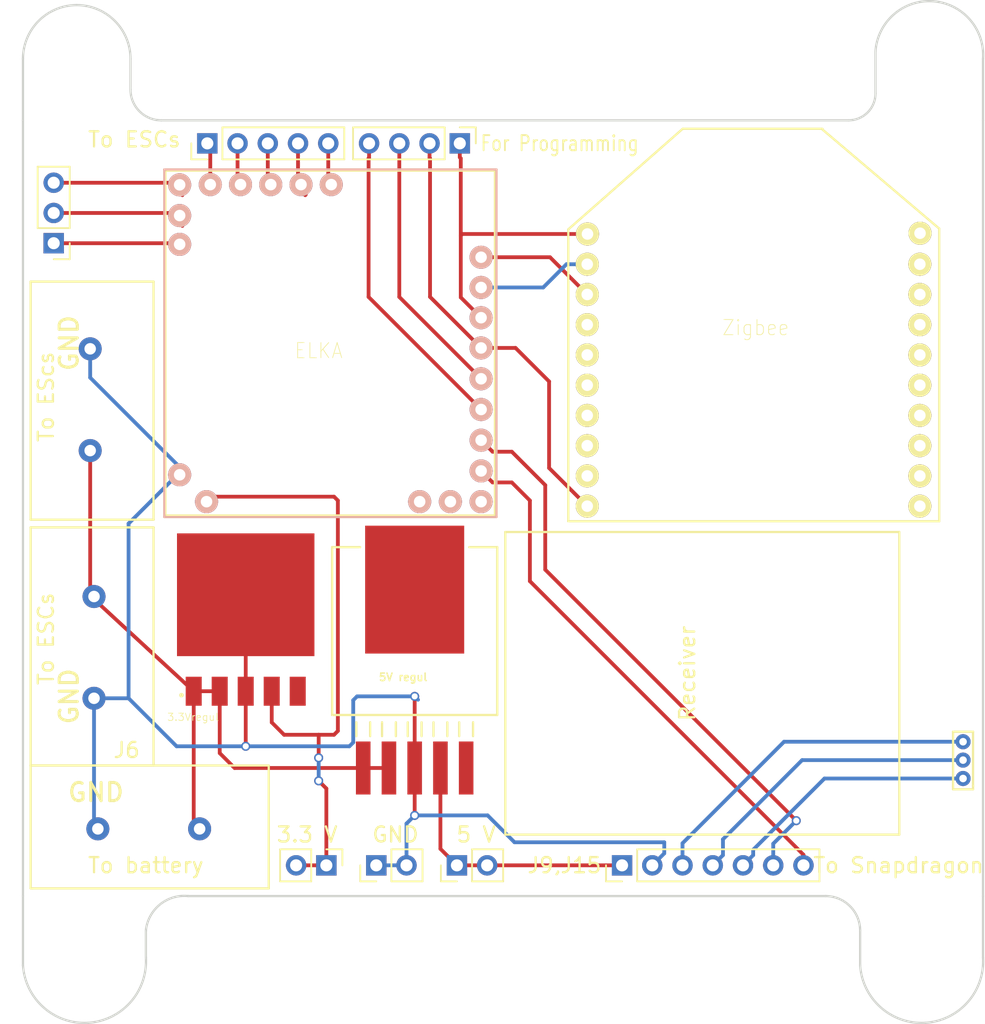
<source format=kicad_pcb>
(kicad_pcb (version 20171130) (host pcbnew 5.0.0-rc3-unknown-3e22e5c~65~ubuntu16.04.1)

  (general
    (thickness 1.6)
    (drawings 31)
    (tracks 135)
    (zones 0)
    (modules 19)
    (nets 46)
  )

  (page A4)
  (title_block
    (title Phoenix)
  )

  (layers
    (0 F.Cu signal)
    (31 B.Cu signal)
    (32 B.Adhes user)
    (33 F.Adhes user)
    (34 B.Paste user)
    (35 F.Paste user)
    (36 B.SilkS user)
    (37 F.SilkS user)
    (38 B.Mask user)
    (39 F.Mask user)
    (40 Dwgs.User user)
    (41 Cmts.User user)
    (42 Eco1.User user)
    (43 Eco2.User user)
    (44 Edge.Cuts user)
    (45 Margin user)
    (46 B.CrtYd user)
    (47 F.CrtYd user)
    (48 B.Fab user)
    (49 F.Fab user)
  )

  (setup
    (last_trace_width 0.25)
    (trace_clearance 0.2)
    (zone_clearance 0.508)
    (zone_45_only no)
    (trace_min 0.2)
    (segment_width 0.2)
    (edge_width 0.15)
    (via_size 0.6)
    (via_drill 0.4)
    (via_min_size 0.4)
    (via_min_drill 0.3)
    (uvia_size 0.3)
    (uvia_drill 0.1)
    (uvias_allowed no)
    (uvia_min_size 0.2)
    (uvia_min_drill 0.1)
    (pcb_text_width 0.3)
    (pcb_text_size 1.5 1.5)
    (mod_edge_width 0.15)
    (mod_text_size 1 1)
    (mod_text_width 0.15)
    (pad_size 1.524 1.524)
    (pad_drill 0.732)
    (pad_to_mask_clearance 0.2)
    (aux_axis_origin 0 0)
    (visible_elements FFFFFF7F)
    (pcbplotparams
      (layerselection 0x010f0_ffffffff)
      (usegerberextensions false)
      (usegerberattributes false)
      (usegerberadvancedattributes false)
      (creategerberjobfile false)
      (excludeedgelayer true)
      (linewidth 0.100000)
      (plotframeref false)
      (viasonmask false)
      (mode 1)
      (useauxorigin false)
      (hpglpennumber 1)
      (hpglpenspeed 20)
      (hpglpendiameter 15.000000)
      (psnegative false)
      (psa4output false)
      (plotreference true)
      (plotvalue true)
      (plotinvisibletext false)
      (padsonsilk false)
      (subtractmaskfromsilk false)
      (outputformat 1)
      (mirror false)
      (drillshape 0)
      (scaleselection 1)
      (outputdirectory "Gerber_files_ver2/"))
  )

  (net 0 "")
  (net 1 "Net-(E1-PadI)")
  (net 2 "Net-(E1-PadH)")
  (net 3 "Net-(E1-PadG)")
  (net 4 "Net-(E1-PadF)")
  (net 5 "Net-(E1-PadE)")
  (net 6 "Net-(E1-PadD)")
  (net 7 "Net-(E1-PadC)")
  (net 8 "Net-(E1-PadB)")
  (net 9 "Net-(E1-PadA)")
  (net 10 "Net-(E1-Pad9)")
  (net 11 "Net-(E1-Pad10)")
  (net 12 "Net-(E1-Pad3)")
  (net 13 "Net-(E1-Pad2)")
  (net 14 "Net-(E1-Pad1)")
  (net 15 "Net-(E1-Pad4)")
  (net 16 "Net-(E1-Pad5)")
  (net 17 "Net-(E1-Pad6)")
  (net 18 "Net-(E1-Pad7)")
  (net 19 "Net-(E1-Pad8)")
  (net 20 "Net-(E1-Pad12)")
  (net 21 "Net-(E1-Pad11)")
  (net 22 "Net-(J1-Pad2)")
  (net 23 "Net-(J9,J15-Pad3)")
  (net 24 "Net-(U1-Pad4)")
  (net 25 "Net-(U1-Pad5)")
  (net 26 "Net-(U1-Pad6)")
  (net 27 "Net-(U1-Pad7)")
  (net 28 "Net-(U1-Pad8)")
  (net 29 "Net-(U1-Pad9)")
  (net 30 "Net-(U1-Pad20)")
  (net 31 "Net-(U1-Pad19)")
  (net 32 "Net-(U1-Pad18)")
  (net 33 "Net-(U1-Pad17)")
  (net 34 "Net-(U1-Pad16)")
  (net 35 "Net-(U1-Pad15)")
  (net 36 "Net-(U1-Pad14)")
  (net 37 "Net-(U1-Pad13)")
  (net 38 "Net-(U1-Pad12)")
  (net 39 "Net-(U1-Pad11)")
  (net 40 "Net-(J5-Pad1)")
  (net 41 "Net-(J9,J15-Pad4)")
  (net 42 "Net-(J9,J15-Pad5)")
  (net 43 "Net-(U2-Pad5)")
  (net 44 "Net-(U2-Pad6)")
  (net 45 "Net-(U3-Pad5)")

  (net_class Default "This is the default net class."
    (clearance 0.2)
    (trace_width 0.25)
    (via_dia 0.6)
    (via_drill 0.4)
    (uvia_dia 0.3)
    (uvia_drill 0.1)
    (add_net "Net-(E1-Pad1)")
    (add_net "Net-(E1-Pad10)")
    (add_net "Net-(E1-Pad11)")
    (add_net "Net-(E1-Pad12)")
    (add_net "Net-(E1-Pad2)")
    (add_net "Net-(E1-Pad3)")
    (add_net "Net-(E1-Pad4)")
    (add_net "Net-(E1-Pad5)")
    (add_net "Net-(E1-Pad6)")
    (add_net "Net-(E1-Pad7)")
    (add_net "Net-(E1-Pad8)")
    (add_net "Net-(E1-Pad9)")
    (add_net "Net-(E1-PadA)")
    (add_net "Net-(E1-PadB)")
    (add_net "Net-(E1-PadC)")
    (add_net "Net-(E1-PadD)")
    (add_net "Net-(E1-PadE)")
    (add_net "Net-(E1-PadF)")
    (add_net "Net-(E1-PadG)")
    (add_net "Net-(E1-PadH)")
    (add_net "Net-(E1-PadI)")
    (add_net "Net-(J1-Pad2)")
    (add_net "Net-(J5-Pad1)")
    (add_net "Net-(J9,J15-Pad3)")
    (add_net "Net-(J9,J15-Pad4)")
    (add_net "Net-(J9,J15-Pad5)")
    (add_net "Net-(U1-Pad11)")
    (add_net "Net-(U1-Pad12)")
    (add_net "Net-(U1-Pad13)")
    (add_net "Net-(U1-Pad14)")
    (add_net "Net-(U1-Pad15)")
    (add_net "Net-(U1-Pad16)")
    (add_net "Net-(U1-Pad17)")
    (add_net "Net-(U1-Pad18)")
    (add_net "Net-(U1-Pad19)")
    (add_net "Net-(U1-Pad20)")
    (add_net "Net-(U1-Pad4)")
    (add_net "Net-(U1-Pad5)")
    (add_net "Net-(U1-Pad6)")
    (add_net "Net-(U1-Pad7)")
    (add_net "Net-(U1-Pad8)")
    (add_net "Net-(U1-Pad9)")
    (add_net "Net-(U2-Pad5)")
    (add_net "Net-(U2-Pad6)")
    (add_net "Net-(U3-Pad5)")
  )

  (module Pin_Headers:Pin_Header_Straight_1x07_Pitch2.00mm (layer F.Cu) (tedit 5B2BA5B4) (tstamp 5B478ACE)
    (at 141.732 119.888 90)
    (descr "Through hole straight pin header, 1x07, 2.00mm pitch, single row")
    (tags "Through hole pin header THT 1x07 2.00mm single row")
    (path /5B27D9D0)
    (fp_text reference J9,J15 (at 0 -3.81 180) (layer F.SilkS)
      (effects (font (size 1 1) (thickness 0.15)))
    )
    (fp_text value "To Snapdragon" (at 0 18.288 180) (layer F.SilkS)
      (effects (font (size 1 1) (thickness 0.15)))
    )
    (fp_text user %R (at 0 6 180) (layer Cmts.User) hide
      (effects (font (size 1 1) (thickness 0.15)))
    )
    (fp_line (start 1.5 -1.5) (end -1.5 -1.5) (layer F.CrtYd) (width 0.05))
    (fp_line (start 1.5 13.5) (end 1.5 -1.5) (layer F.CrtYd) (width 0.05))
    (fp_line (start -1.5 13.5) (end 1.5 13.5) (layer F.CrtYd) (width 0.05))
    (fp_line (start -1.5 -1.5) (end -1.5 13.5) (layer F.CrtYd) (width 0.05))
    (fp_line (start -1.06 -1.06) (end 0 -1.06) (layer F.SilkS) (width 0.12))
    (fp_line (start -1.06 0) (end -1.06 -1.06) (layer F.SilkS) (width 0.12))
    (fp_line (start -1.06 1) (end 1.06 1) (layer F.SilkS) (width 0.12))
    (fp_line (start 1.06 1) (end 1.06 13.06) (layer F.SilkS) (width 0.12))
    (fp_line (start -1.06 1) (end -1.06 13.06) (layer F.SilkS) (width 0.12))
    (fp_line (start -1.06 13.06) (end 1.06 13.06) (layer F.SilkS) (width 0.12))
    (fp_line (start -1 -0.5) (end -0.5 -1) (layer F.Fab) (width 0.1))
    (fp_line (start -1 13) (end -1 -0.5) (layer F.Fab) (width 0.1))
    (fp_line (start 1 13) (end -1 13) (layer F.Fab) (width 0.1))
    (fp_line (start 1 -1) (end 1 13) (layer F.Fab) (width 0.1))
    (fp_line (start -0.5 -1) (end 1 -1) (layer F.Fab) (width 0.1))
    (pad 7 thru_hole oval (at 0 12 90) (size 1.35 1.35) (drill 0.8) (layers *.Cu *.Mask)
      (net 2 "Net-(E1-PadH)"))
    (pad 6 thru_hole oval (at 0 10 90) (size 1.35 1.35) (drill 0.8) (layers *.Cu *.Mask)
      (net 3 "Net-(E1-PadG)"))
    (pad 5 thru_hole oval (at 0 8 90) (size 1.35 1.35) (drill 0.8) (layers *.Cu *.Mask)
      (net 42 "Net-(J9,J15-Pad5)"))
    (pad 4 thru_hole oval (at 0 6 90) (size 1.35 1.35) (drill 0.8) (layers *.Cu *.Mask)
      (net 41 "Net-(J9,J15-Pad4)"))
    (pad 3 thru_hole oval (at 0 4 90) (size 1.35 1.35) (drill 0.8) (layers *.Cu *.Mask)
      (net 23 "Net-(J9,J15-Pad3)"))
    (pad 2 thru_hole oval (at 0 2 90) (size 1.35 1.35) (drill 0.8) (layers *.Cu *.Mask)
      (net 21 "Net-(E1-Pad11)"))
    (pad 1 thru_hole rect (at 0 0 90) (size 1.35 1.35) (drill 0.8) (layers *.Cu *.Mask)
      (net 40 "Net-(J5-Pad1)"))
    (model ${KISYS3DMOD}/Pin_Headers.3dshapes/Pin_Header_Straight_1x07_Pitch2.00mm.wrl
      (at (xyz 0 0 0))
      (scale (xyz 1 1 1))
      (rotate (xyz 0 0 0))
    )
  )

  (module XT30:SPMAJST6 (layer F.Cu) (tedit 5B478C8B) (tstamp 5B2810D9)
    (at 163.576 113.792 270)
    (path /5B22674F)
    (fp_text reference R1 (at 0.635 0.889 270) (layer F.SilkS) hide
      (effects (font (size 1 1) (thickness 0.15)))
    )
    (fp_text value Receiver (at -6.604 17.526 270) (layer F.SilkS)
      (effects (font (size 1 1) (thickness 0.15)))
    )
    (fp_line (start -15.9512 29.5656) (end 4.064 29.5656) (layer F.SilkS) (width 0.15))
    (fp_line (start 4.064 29.5656) (end 4.064 3.5052) (layer F.SilkS) (width 0.15))
    (fp_line (start 4.064 3.5052) (end -15.9512 3.5052) (layer F.SilkS) (width 0.15))
    (fp_line (start -15.9512 3.5052) (end -15.9512 29.5656) (layer F.SilkS) (width 0.15))
    (fp_line (start -2.7432 -1.3716) (end 0.8636 -1.3716) (layer F.SilkS) (width 0.15))
    (fp_line (start -2.7432 -1.3716) (end -2.7432 -0.0508) (layer F.SilkS) (width 0.15))
    (fp_line (start -2.7432 -0.0508) (end 0.8636 -0.0508) (layer F.SilkS) (width 0.15))
    (fp_line (start 0.8636 -0.0508) (end 1.0668 -0.0508) (layer F.SilkS) (width 0.15))
    (fp_line (start 1.0668 -0.0508) (end 1.0668 -1.3716) (layer F.SilkS) (width 0.15))
    (fp_line (start 1.0668 -1.3716) (end 0.8128 -1.3716) (layer F.SilkS) (width 0.15))
    (pad 1 thru_hole circle (at -2.0796 -0.7112 270) (size 1 1) (drill 0.5) (layers *.Cu *.Mask)
      (net 23 "Net-(J9,J15-Pad3)"))
    (pad 2 thru_hole circle (at -0.8636 -0.7112 270) (size 1 1) (drill 0.5) (layers *.Cu *.Mask)
      (net 41 "Net-(J9,J15-Pad4)"))
    (pad 3 thru_hole circle (at 0.3524 -0.7112 270) (size 1 1) (drill 0.5) (layers *.Cu *.Mask)
      (net 42 "Net-(J9,J15-Pad5)"))
  )

  (module "holes:mech holes" (layer F.Cu) (tedit 5B317533) (tstamp 5B31752B)
    (at 162.052 129.286)
    (fp_text reference REF** (at 0 0.5) (layer Cmts.User) hide
      (effects (font (size 1 1) (thickness 0.15)))
    )
    (fp_text value "mech holes" (at 0 -0.5) (layer Cmts.User) hide
      (effects (font (size 1 1) (thickness 0.15)))
    )
    (pad "" np_thru_hole circle (at -0.508 -3.2004) (size 4 4) (drill 4) (layers *.Cu *.Mask))
  )

  (module DIP-20:DIP-20 (layer F.Cu) (tedit 5B46C479) (tstamp 5B2A9992)
    (at 138.176 104.14)
    (descr "Xbee Zb (Zigbee Pro Feature Set), 1mw, Wire Antenna, 250000")
    (path /5B213357)
    (fp_text reference Zigbee (at 12.3952 -19.812) (layer F.SilkS)
      (effects (font (size 1 0.9) (thickness 0.05)))
    )
    (fp_text value Zigbee (at 4.4196 -19.8628) (layer F.SilkS) hide
      (effects (font (size 1 0.9) (thickness 0.05)))
    )
    (fp_line (start 24.5364 -26.3652) (end 24.5364 -7.0104) (layer F.SilkS) (width 0.15))
    (fp_line (start 24.5364 -7.0104) (end 0 -7.0104) (layer F.SilkS) (width 0.15))
    (fp_line (start 0 -7.0104) (end 0 -26.3144) (layer F.SilkS) (width 0.15))
    (fp_line (start 16.8148 -32.9184) (end 24.5364 -26.3652) (layer F.SilkS) (width 0.15))
    (fp_line (start 0 -26.3144) (end 7.5692 -32.9692) (layer F.SilkS) (width 0.15))
    (fp_line (start 7.5692 -32.9692) (end 16.8148 -32.9692) (layer F.SilkS) (width 0.15))
    (pad 1 thru_hole circle (at 1.27 -26.0096) (size 1.524 1.524) (drill 0.762) (layers *.Cu *.Mask F.SilkS)
      (net 7 "Net-(E1-PadC)"))
    (pad 2 thru_hole circle (at 1.254 -24.009) (size 1.524 1.524) (drill 0.762) (layers *.Cu *.Mask F.SilkS)
      (net 8 "Net-(E1-PadB)"))
    (pad 3 thru_hole circle (at 1.254 -22.009) (size 1.524 1.524) (drill 0.762) (layers *.Cu *.Mask F.SilkS)
      (net 9 "Net-(E1-PadA)"))
    (pad 4 thru_hole circle (at 1.254 -20.009) (size 1.524 1.524) (drill 0.762) (layers *.Cu *.Mask F.SilkS)
      (net 24 "Net-(U1-Pad4)"))
    (pad 5 thru_hole circle (at 1.254 -18.009) (size 1.524 1.524) (drill 0.762) (layers *.Cu *.Mask F.SilkS)
      (net 25 "Net-(U1-Pad5)"))
    (pad 6 thru_hole circle (at 1.254 -16.009) (size 1.524 1.524) (drill 0.762) (layers *.Cu *.Mask F.SilkS)
      (net 26 "Net-(U1-Pad6)"))
    (pad 7 thru_hole circle (at 1.254 -14.009) (size 1.524 1.524) (drill 0.762) (layers *.Cu *.Mask F.SilkS)
      (net 27 "Net-(U1-Pad7)"))
    (pad 8 thru_hole circle (at 1.254 -12.009) (size 1.524 1.524) (drill 0.762) (layers *.Cu *.Mask F.SilkS)
      (net 28 "Net-(U1-Pad8)"))
    (pad 9 thru_hole circle (at 1.254 -10.009) (size 1.524 1.524) (drill 0.762) (layers *.Cu *.Mask F.SilkS)
      (net 29 "Net-(U1-Pad9)"))
    (pad 10 thru_hole circle (at 1.254 -8.009) (size 1.524 1.524) (drill 0.762) (layers *.Cu *.Mask F.SilkS)
      (net 6 "Net-(E1-PadD)"))
    (pad 20 thru_hole circle (at 23.2664 -26.0604) (size 1.524 1.524) (drill 0.762) (layers *.Cu *.Mask F.SilkS)
      (net 30 "Net-(U1-Pad20)"))
    (pad 19 thru_hole circle (at 23.254 -24.009) (size 1.524 1.524) (drill 0.762) (layers *.Cu *.Mask F.SilkS)
      (net 31 "Net-(U1-Pad19)"))
    (pad 18 thru_hole circle (at 23.254 -22.009) (size 1.524 1.524) (drill 0.762) (layers *.Cu *.Mask F.SilkS)
      (net 32 "Net-(U1-Pad18)"))
    (pad 17 thru_hole circle (at 23.254 -20.009) (size 1.524 1.524) (drill 0.762) (layers *.Cu *.Mask F.SilkS)
      (net 33 "Net-(U1-Pad17)"))
    (pad 16 thru_hole circle (at 23.254 -18.009) (size 1.524 1.524) (drill 0.762) (layers *.Cu *.Mask F.SilkS)
      (net 34 "Net-(U1-Pad16)"))
    (pad 15 thru_hole circle (at 23.254 -16.009) (size 1.524 1.524) (drill 0.762) (layers *.Cu *.Mask F.SilkS)
      (net 35 "Net-(U1-Pad15)"))
    (pad 14 thru_hole circle (at 23.254 -14.009) (size 1.524 1.524) (drill 0.762) (layers *.Cu *.Mask F.SilkS)
      (net 36 "Net-(U1-Pad14)"))
    (pad 13 thru_hole circle (at 23.254 -12.009) (size 1.524 1.524) (drill 0.762) (layers *.Cu *.Mask F.SilkS)
      (net 37 "Net-(U1-Pad13)"))
    (pad 12 thru_hole circle (at 23.254 -10.009) (size 1.524 1.524) (drill 0.762) (layers *.Cu *.Mask F.SilkS)
      (net 38 "Net-(U1-Pad12)"))
    (pad 11 thru_hole circle (at 23.254 -8.009) (size 1.524 1.524) (drill 0.762) (layers *.Cu *.Mask F.SilkS)
      (net 39 "Net-(U1-Pad11)"))
  )

  (module Pin_Headers:Pin_Header_Straight_1x05_Pitch2.00mm (layer F.Cu) (tedit 5B2AADA3) (tstamp 5B2AB112)
    (at 114.3 72.136 90)
    (descr "Through hole straight pin header, 1x05, 2.00mm pitch, single row")
    (tags "Through hole pin header THT 1x05 2.00mm single row")
    (path /5B2AABEA)
    (fp_text reference "To ESCs" (at 0.254 -4.826 180) (layer F.SilkS)
      (effects (font (size 1 1) (thickness 0.15)))
    )
    (fp_text value "" (at 0 10.06 90) (layer F.Fab)
      (effects (font (size 1 1) (thickness 0.15)))
    )
    (fp_line (start -0.5 -1) (end 1 -1) (layer F.Fab) (width 0.1))
    (fp_line (start 1 -1) (end 1 9) (layer F.Fab) (width 0.1))
    (fp_line (start 1 9) (end -1 9) (layer F.Fab) (width 0.1))
    (fp_line (start -1 9) (end -1 -0.5) (layer F.Fab) (width 0.1))
    (fp_line (start -1 -0.5) (end -0.5 -1) (layer F.Fab) (width 0.1))
    (fp_line (start -1.06 9.06) (end 1.06 9.06) (layer F.SilkS) (width 0.12))
    (fp_line (start -1.06 1) (end -1.06 9.06) (layer F.SilkS) (width 0.12))
    (fp_line (start 1.06 1) (end 1.06 9.06) (layer F.SilkS) (width 0.12))
    (fp_line (start -1.06 1) (end 1.06 1) (layer F.SilkS) (width 0.12))
    (fp_line (start -1.06 0) (end -1.06 -1.06) (layer F.SilkS) (width 0.12))
    (fp_line (start -1.06 -1.06) (end 0 -1.06) (layer F.SilkS) (width 0.12))
    (fp_line (start -1.5 -1.5) (end -1.5 9.5) (layer F.CrtYd) (width 0.05))
    (fp_line (start -1.5 9.5) (end 1.5 9.5) (layer F.CrtYd) (width 0.05))
    (fp_line (start 1.5 9.5) (end 1.5 -1.5) (layer F.CrtYd) (width 0.05))
    (fp_line (start 1.5 -1.5) (end -1.5 -1.5) (layer F.CrtYd) (width 0.05))
    (fp_text user "" (at 0 4 180) (layer F.Fab) hide
      (effects (font (size 1 1) (thickness 0.15)))
    )
    (pad 1 thru_hole rect (at 0 0 90) (size 1.35 1.35) (drill 0.8) (layers *.Cu *.Mask)
      (net 15 "Net-(E1-Pad4)"))
    (pad 2 thru_hole oval (at 0 2 90) (size 1.35 1.35) (drill 0.8) (layers *.Cu *.Mask)
      (net 16 "Net-(E1-Pad5)"))
    (pad 3 thru_hole oval (at 0 4 90) (size 1.35 1.35) (drill 0.8) (layers *.Cu *.Mask)
      (net 17 "Net-(E1-Pad6)"))
    (pad 4 thru_hole oval (at 0 6 90) (size 1.35 1.35) (drill 0.8) (layers *.Cu *.Mask)
      (net 18 "Net-(E1-Pad7)"))
    (pad 5 thru_hole oval (at 0 8 90) (size 1.35 1.35) (drill 0.8) (layers *.Cu *.Mask)
      (net 19 "Net-(E1-Pad8)"))
    (model ${KISYS3DMOD}/Pin_Headers.3dshapes/Pin_Header_Straight_1x05_Pitch2.00mm.wrl
      (at (xyz 0 0 0))
      (scale (xyz 1 1 1))
      (rotate (xyz 0 0 0))
    )
  )

  (module ELKA:ELKA (layer F.Cu) (tedit 5B46C2CB) (tstamp 5B2A9957)
    (at 121.666 85.852)
    (descr "Xbee Zb (Zigbee Pro Feature Set), 1mw, Wire Antenna, 250000")
    (path /5B22681E)
    (fp_text reference ELKA (at 0 0) (layer F.SilkS)
      (effects (font (size 1 0.9) (thickness 0.05)))
    )
    (fp_text value ELKA (at -0.889 -14.732) (layer F.SilkS) hide
      (effects (font (size 1 0.9) (thickness 0.05)))
    )
    (fp_line (start 11.7602 10.9982) (end -10.2108 10.9982) (layer B.SilkS) (width 0.15))
    (fp_line (start 11.7602 -11.9888) (end 11.7602 10.9982) (layer B.SilkS) (width 0.15))
    (fp_line (start -10.2108 -11.9888) (end 11.7602 -11.9888) (layer B.SilkS) (width 0.15))
    (fp_line (start -10.2108 10.9982) (end -10.2108 -11.9888) (layer B.SilkS) (width 0.15))
    (pad D thru_hole circle (at 10.742477 -0.184796) (size 1.524 1.524) (drill 0.762) (layers *.Cu *.Mask B.SilkS)
      (net 6 "Net-(E1-PadD)"))
    (pad C thru_hole circle (at 10.742477 -2.184796) (size 1.524 1.524) (drill 0.762) (layers *.Cu *.Mask B.SilkS)
      (net 7 "Net-(E1-PadC)"))
    (pad B thru_hole circle (at 10.742477 -4.184796) (size 1.524 1.524) (drill 0.762) (layers *.Cu *.Mask B.SilkS)
      (net 8 "Net-(E1-PadB)"))
    (pad A thru_hole circle (at 10.742477 -6.184796) (size 1.524 1.524) (drill 0.762) (layers *.Cu *.Mask B.SilkS)
      (net 9 "Net-(E1-PadA)"))
    (pad 12 thru_hole circle (at -7.4168 9.9822) (size 1.524 1.524) (drill 0.762) (layers *.Cu *.Mask B.SilkS)
      (net 20 "Net-(E1-Pad12)"))
    (pad 11 thru_hole circle (at -9.1948 8.2042 270) (size 1.524 1.524) (drill 0.762) (layers *.Cu *.Mask B.SilkS)
      (net 21 "Net-(E1-Pad11)"))
    (pad E thru_hole circle (at 10.7442 1.8542 270) (size 1.524 1.524) (drill 0.762) (layers *.Cu *.Mask B.SilkS)
      (net 5 "Net-(E1-PadE)"))
    (pad F thru_hole circle (at 10.7442 3.8862 270) (size 1.524 1.524) (drill 0.762) (layers *.Cu *.Mask B.SilkS)
      (net 4 "Net-(E1-PadF)"))
    (pad G thru_hole circle (at 10.7442 5.9182 270) (size 1.524 1.524) (drill 0.762) (layers *.Cu *.Mask B.SilkS)
      (net 3 "Net-(E1-PadG)"))
    (pad H thru_hole circle (at 10.7442 7.9502 270) (size 1.524 1.524) (drill 0.762) (layers *.Cu *.Mask B.SilkS)
      (net 2 "Net-(E1-PadH)"))
    (pad 10 thru_hole circle (at 6.6802 9.9822 270) (size 1.524 1.524) (drill 0.762) (layers *.Cu *.Mask B.SilkS)
      (net 11 "Net-(E1-Pad10)"))
    (pad 9 thru_hole circle (at 8.7122 9.9822 270) (size 1.524 1.524) (drill 0.762) (layers *.Cu *.Mask B.SilkS)
      (net 10 "Net-(E1-Pad9)"))
    (pad I thru_hole circle (at 10.7442 9.9822 270) (size 1.524 1.524) (drill 0.762) (layers *.Cu *.Mask B.SilkS)
      (net 1 "Net-(E1-PadI)"))
    (pad 1 thru_hole circle (at -9.1948 -7.0358 270) (size 1.524 1.524) (drill 0.762) (layers *.Cu *.Mask B.SilkS)
      (net 14 "Net-(E1-Pad1)"))
    (pad 2 thru_hole circle (at -9.1948 -8.9408 270) (size 1.524 1.524) (drill 0.762) (layers *.Cu *.Mask B.SilkS)
      (net 13 "Net-(E1-Pad2)"))
    (pad 8 thru_hole circle (at 0.8312 -10.9888 270) (size 1.524 1.524) (drill 0.762) (layers *.Cu *.Mask B.SilkS)
      (net 19 "Net-(E1-Pad8)"))
    (pad 7 thru_hole circle (at -1.1688 -10.9888 270) (size 1.524 1.524) (drill 0.762) (layers *.Cu *.Mask B.SilkS)
      (net 18 "Net-(E1-Pad7)"))
    (pad 6 thru_hole circle (at -3.1688 -10.9888 270) (size 1.524 1.524) (drill 0.762) (layers *.Cu *.Mask B.SilkS)
      (net 17 "Net-(E1-Pad6)"))
    (pad 5 thru_hole circle (at -5.1688 -10.9888 270) (size 1.524 1.524) (drill 0.762) (layers *.Cu *.Mask B.SilkS)
      (net 16 "Net-(E1-Pad5)"))
    (pad 4 thru_hole circle (at -7.1688 -10.9888 270) (size 1.524 1.524) (drill 0.762) (layers *.Cu *.Mask B.SilkS)
      (net 15 "Net-(E1-Pad4)"))
    (pad 3 thru_hole circle (at -9.1948 -10.9728 270) (size 1.524 1.524) (drill 0.762) (layers *.Cu *.Mask B.SilkS)
      (net 12 "Net-(E1-Pad3)"))
  )

  (module "holes:mech holes" (layer F.Cu) (tedit 5B317427) (tstamp 5B3174AE)
    (at 106.172 69.596)
    (fp_text reference REF** (at 0 0.5) (layer Cmts.User) hide
      (effects (font (size 1 1) (thickness 0.15)))
    )
    (fp_text value "mech holes" (at 0 -0.5) (layer Cmts.User) hide
      (effects (font (size 1 1) (thickness 0.15)))
    )
    (pad "" np_thru_hole circle (at -0.508 -3.2004) (size 4 4) (drill 4) (layers *.Cu *.Mask))
  )

  (module XT30:XT30 (layer F.Cu) (tedit 5B2BA483) (tstamp 5B2BA6B4)
    (at 112.522 87.122 270)
    (path /5B2BA404)
    (fp_text reference "To EScs" (at 1.778 8.89 270) (layer F.SilkS)
      (effects (font (size 1 1) (thickness 0.15)))
    )
    (fp_text value "To ESCs" (at 0 -0.5 270) (layer Cmts.User) hide
      (effects (font (size 1 1) (thickness 0.15)))
    )
    (fp_line (start -5.842 1.778) (end -5.842 9.906) (layer F.SilkS) (width 0.15))
    (fp_line (start -5.842 9.906) (end -5.715 9.906) (layer F.SilkS) (width 0.15))
    (fp_line (start -5.842 1.778) (end 9.906 1.778) (layer F.SilkS) (width 0.15))
    (fp_line (start 9.906 1.778) (end 9.906 9.906) (layer F.SilkS) (width 0.15))
    (fp_line (start 9.906 9.906) (end -5.715 9.906) (layer F.SilkS) (width 0.15))
    (pad 1 thru_hole circle (at -1.397 5.969 270) (size 1.524 1.524) (drill 0.762) (layers *.Cu *.Mask)
      (net 21 "Net-(E1-Pad11)"))
    (pad 2 thru_hole circle (at 5.334 5.969 270) (size 1.524 1.524) (drill 0.762) (layers *.Cu *.Mask)
      (net 22 "Net-(J1-Pad2)"))
  )

  (module XT30:XT30 (layer F.Cu) (tedit 5B2AA790) (tstamp 5B2810AD)
    (at 100.838 107.442 90)
    (path /5B24102D)
    (fp_text reference J1 (at 0.508 0.762 90) (layer F.SilkS) hide
      (effects (font (size 1 1) (thickness 0.15)))
    )
    (fp_text value "To battery" (at -12.446 9.398 180) (layer F.SilkS)
      (effects (font (size 1 1) (thickness 0.15)))
    )
    (fp_line (start -5.842 1.778) (end -5.842 9.906) (layer F.SilkS) (width 0.15))
    (fp_line (start -5.842 9.906) (end -5.715 9.906) (layer F.SilkS) (width 0.15))
    (fp_line (start -5.842 1.778) (end 9.906 1.778) (layer F.SilkS) (width 0.15))
    (fp_line (start 9.906 1.778) (end 9.906 9.906) (layer F.SilkS) (width 0.15))
    (fp_line (start 9.906 9.906) (end -5.715 9.906) (layer F.SilkS) (width 0.15))
    (pad 1 thru_hole circle (at -1.397 5.969 90) (size 1.524 1.524) (drill 0.762) (layers *.Cu *.Mask)
      (net 21 "Net-(E1-Pad11)"))
    (pad 2 thru_hole circle (at 5.334 5.969 90) (size 1.524 1.524) (drill 0.762) (layers *.Cu *.Mask)
      (net 22 "Net-(J1-Pad2)"))
  )

  (module Pin_Headers:Pin_Header_Straight_1x04_Pitch2.00mm (layer F.Cu) (tedit 5B2BA6E8) (tstamp 5B46CD70)
    (at 131 72.136 270)
    (descr "Through hole straight pin header, 1x04, 2.00mm pitch, single row")
    (tags "Through hole pin header THT 1x04 2.00mm single row")
    (path /5B23F496)
    (fp_text reference J16 (at 0 -2.06 270) (layer F.SilkS) hide
      (effects (font (size 1 1) (thickness 0.15)))
    )
    (fp_text value "For Programming" (at 0 -6.604) (layer F.SilkS)
      (effects (font (size 1 0.8) (thickness 0.12)))
    )
    (fp_line (start -0.5 -1) (end 1 -1) (layer F.Fab) (width 0.1))
    (fp_line (start 1 -1) (end 1 7) (layer F.Fab) (width 0.1))
    (fp_line (start 1 7) (end -1 7) (layer F.Fab) (width 0.1))
    (fp_line (start -1 7) (end -1 -0.5) (layer F.Fab) (width 0.1))
    (fp_line (start -1 -0.5) (end -0.5 -1) (layer F.Fab) (width 0.1))
    (fp_line (start -1.06 7.06) (end 1.06 7.06) (layer F.SilkS) (width 0.12))
    (fp_line (start -1.06 1) (end -1.06 7.06) (layer F.SilkS) (width 0.12))
    (fp_line (start 1.06 1) (end 1.06 7.06) (layer F.SilkS) (width 0.12))
    (fp_line (start -1.06 1) (end 1.06 1) (layer F.SilkS) (width 0.12))
    (fp_line (start -1.06 0) (end -1.06 -1.06) (layer F.SilkS) (width 0.12))
    (fp_line (start -1.06 -1.06) (end 0 -1.06) (layer F.SilkS) (width 0.12))
    (fp_line (start -1.5 -1.5) (end -1.5 7.5) (layer F.CrtYd) (width 0.05))
    (fp_line (start -1.5 7.5) (end 1.5 7.5) (layer F.CrtYd) (width 0.05))
    (fp_line (start 1.5 7.5) (end 1.5 -1.5) (layer F.CrtYd) (width 0.05))
    (fp_line (start 1.5 -1.5) (end -1.5 -1.5) (layer F.CrtYd) (width 0.05))
    (fp_text user %R (at 0 3) (layer F.Fab) hide
      (effects (font (size 1 1) (thickness 0.15)))
    )
    (pad 1 thru_hole rect (at 0 0 270) (size 1.35 1.35) (drill 0.8) (layers *.Cu *.Mask)
      (net 7 "Net-(E1-PadC)"))
    (pad 2 thru_hole oval (at 0 2 270) (size 1.35 1.35) (drill 0.8) (layers *.Cu *.Mask)
      (net 6 "Net-(E1-PadD)"))
    (pad 3 thru_hole oval (at 0 4 270) (size 1.35 1.35) (drill 0.8) (layers *.Cu *.Mask)
      (net 5 "Net-(E1-PadE)"))
    (pad 4 thru_hole oval (at 0 6 270) (size 1.35 1.35) (drill 0.8) (layers *.Cu *.Mask)
      (net 4 "Net-(E1-PadF)"))
    (model ${KISYS3DMOD}/Pin_Headers.3dshapes/Pin_Header_Straight_1x04_Pitch2.00mm.wrl
      (at (xyz 0 0 0))
      (scale (xyz 1 1 1))
      (rotate (xyz 0 0 0))
    )
  )

  (module Pin_Headers:Pin_Header_Straight_1x02_Pitch2.00mm (layer F.Cu) (tedit 5B2BA148) (tstamp 5B2A995D)
    (at 122.174 119.888 270)
    (descr "Through hole straight pin header, 1x02, 2.00mm pitch, single row")
    (tags "Through hole pin header THT 1x02 2.00mm single row")
    (path /5B29B43A)
    (fp_text reference J3 (at 0 -2.06 270) (layer F.SilkS) hide
      (effects (font (size 1 1) (thickness 0.15)))
    )
    (fp_text value "3.3 V" (at -2.032 1.27) (layer F.SilkS)
      (effects (font (size 1 1) (thickness 0.15)))
    )
    (fp_line (start -0.5 -1) (end 1 -1) (layer F.Fab) (width 0.1))
    (fp_line (start 1 -1) (end 1 3) (layer F.Fab) (width 0.1))
    (fp_line (start 1 3) (end -1 3) (layer F.Fab) (width 0.1))
    (fp_line (start -1 3) (end -1 -0.5) (layer F.Fab) (width 0.1))
    (fp_line (start -1 -0.5) (end -0.5 -1) (layer F.Fab) (width 0.1))
    (fp_line (start -1.06 3.06) (end 1.06 3.06) (layer F.SilkS) (width 0.12))
    (fp_line (start -1.06 1) (end -1.06 3.06) (layer F.SilkS) (width 0.12))
    (fp_line (start 1.06 1) (end 1.06 3.06) (layer F.SilkS) (width 0.12))
    (fp_line (start -1.06 1) (end 1.06 1) (layer F.SilkS) (width 0.12))
    (fp_line (start -1.06 0) (end -1.06 -1.06) (layer F.SilkS) (width 0.12))
    (fp_line (start -1.06 -1.06) (end 0 -1.06) (layer F.SilkS) (width 0.12))
    (fp_line (start -1.5 -1.5) (end -1.5 3.5) (layer F.CrtYd) (width 0.05))
    (fp_line (start -1.5 3.5) (end 1.5 3.5) (layer F.CrtYd) (width 0.05))
    (fp_line (start 1.5 3.5) (end 1.5 -1.5) (layer F.CrtYd) (width 0.05))
    (fp_line (start 1.5 -1.5) (end -1.5 -1.5) (layer F.CrtYd) (width 0.05))
    (fp_text user %R (at 0 1) (layer F.Fab) hide
      (effects (font (size 1 1) (thickness 0.15)))
    )
    (pad 1 thru_hole rect (at 0 0 270) (size 1.35 1.35) (drill 0.8) (layers *.Cu *.Mask)
      (net 20 "Net-(E1-Pad12)"))
    (pad 2 thru_hole oval (at 0 2 270) (size 1.35 1.35) (drill 0.8) (layers *.Cu *.Mask)
      (net 20 "Net-(E1-Pad12)"))
    (model ${KISYS3DMOD}/Pin_Headers.3dshapes/Pin_Header_Straight_1x02_Pitch2.00mm.wrl
      (at (xyz 0 0 0))
      (scale (xyz 1 1 1))
      (rotate (xyz 0 0 0))
    )
  )

  (module Pin_Headers:Pin_Header_Straight_1x02_Pitch2.00mm (layer F.Cu) (tedit 5B2BA165) (tstamp 5B2A9963)
    (at 125.476 119.888 90)
    (descr "Through hole straight pin header, 1x02, 2.00mm pitch, single row")
    (tags "Through hole pin header THT 1x02 2.00mm single row")
    (path /5B29B788)
    (fp_text reference J4 (at 0 -2.06 90) (layer F.SilkS) hide
      (effects (font (size 1 1) (thickness 0.15)))
    )
    (fp_text value GND (at 2.032 1.27 180) (layer F.SilkS)
      (effects (font (size 1 1) (thickness 0.15)))
    )
    (fp_line (start -0.5 -1) (end 1 -1) (layer F.Fab) (width 0.1))
    (fp_line (start 1 -1) (end 1 3) (layer F.Fab) (width 0.1))
    (fp_line (start 1 3) (end -1 3) (layer F.Fab) (width 0.1))
    (fp_line (start -1 3) (end -1 -0.5) (layer F.Fab) (width 0.1))
    (fp_line (start -1 -0.5) (end -0.5 -1) (layer F.Fab) (width 0.1))
    (fp_line (start -1.06 3.06) (end 1.06 3.06) (layer F.SilkS) (width 0.12))
    (fp_line (start -1.06 1) (end -1.06 3.06) (layer F.SilkS) (width 0.12))
    (fp_line (start 1.06 1) (end 1.06 3.06) (layer F.SilkS) (width 0.12))
    (fp_line (start -1.06 1) (end 1.06 1) (layer F.SilkS) (width 0.12))
    (fp_line (start -1.06 0) (end -1.06 -1.06) (layer F.SilkS) (width 0.12))
    (fp_line (start -1.06 -1.06) (end 0 -1.06) (layer F.SilkS) (width 0.12))
    (fp_line (start -1.5 -1.5) (end -1.5 3.5) (layer F.CrtYd) (width 0.05))
    (fp_line (start -1.5 3.5) (end 1.5 3.5) (layer F.CrtYd) (width 0.05))
    (fp_line (start 1.5 3.5) (end 1.5 -1.5) (layer F.CrtYd) (width 0.05))
    (fp_line (start 1.5 -1.5) (end -1.5 -1.5) (layer F.CrtYd) (width 0.05))
    (fp_text user %R (at 0 1 180) (layer Cmts.User) hide
      (effects (font (size 1 1) (thickness 0.15)))
    )
    (pad 1 thru_hole rect (at 0 0 90) (size 1.35 1.35) (drill 0.8) (layers *.Cu *.Mask)
      (net 21 "Net-(E1-Pad11)"))
    (pad 2 thru_hole oval (at 0 2 90) (size 1.35 1.35) (drill 0.8) (layers *.Cu *.Mask)
      (net 21 "Net-(E1-Pad11)"))
    (model ${KISYS3DMOD}/Pin_Headers.3dshapes/Pin_Header_Straight_1x02_Pitch2.00mm.wrl
      (at (xyz 0 0 0))
      (scale (xyz 1 1 1))
      (rotate (xyz 0 0 0))
    )
  )

  (module Pin_Headers:Pin_Header_Straight_1x02_Pitch2.00mm (layer F.Cu) (tedit 5B2BA160) (tstamp 5B2A9969)
    (at 130.81 119.888 90)
    (descr "Through hole straight pin header, 1x02, 2.00mm pitch, single row")
    (tags "Through hole pin header THT 1x02 2.00mm single row")
    (path /5B29B3DB)
    (fp_text reference J5 (at 0 -2.06 90) (layer F.SilkS) hide
      (effects (font (size 1 1) (thickness 0.15)))
    )
    (fp_text value "5 V" (at 2.032 1.27 180) (layer F.SilkS)
      (effects (font (size 1 1) (thickness 0.15)))
    )
    (fp_line (start -0.5 -1) (end 1 -1) (layer F.Fab) (width 0.1))
    (fp_line (start 1 -1) (end 1 3) (layer F.Fab) (width 0.1))
    (fp_line (start 1 3) (end -1 3) (layer F.Fab) (width 0.1))
    (fp_line (start -1 3) (end -1 -0.5) (layer F.Fab) (width 0.1))
    (fp_line (start -1 -0.5) (end -0.5 -1) (layer F.Fab) (width 0.1))
    (fp_line (start -1.06 3.06) (end 1.06 3.06) (layer F.SilkS) (width 0.12))
    (fp_line (start -1.06 1) (end -1.06 3.06) (layer F.SilkS) (width 0.12))
    (fp_line (start 1.06 1) (end 1.06 3.06) (layer F.SilkS) (width 0.12))
    (fp_line (start -1.06 1) (end 1.06 1) (layer F.SilkS) (width 0.12))
    (fp_line (start -1.06 0) (end -1.06 -1.06) (layer F.SilkS) (width 0.12))
    (fp_line (start -1.06 -1.06) (end 0 -1.06) (layer F.SilkS) (width 0.12))
    (fp_line (start -1.5 -1.5) (end -1.5 3.5) (layer F.CrtYd) (width 0.05))
    (fp_line (start -1.5 3.5) (end 1.5 3.5) (layer F.CrtYd) (width 0.05))
    (fp_line (start 1.5 3.5) (end 1.5 -1.5) (layer F.CrtYd) (width 0.05))
    (fp_line (start 1.5 -1.5) (end -1.5 -1.5) (layer F.CrtYd) (width 0.05))
    (fp_text user %R (at 0 1 180) (layer Cmts.User) hide
      (effects (font (size 1 1) (thickness 0.15)))
    )
    (pad 1 thru_hole rect (at 0 0 90) (size 1.35 1.35) (drill 0.8) (layers *.Cu *.Mask)
      (net 40 "Net-(J5-Pad1)"))
    (pad 2 thru_hole oval (at 0 2 90) (size 1.35 1.35) (drill 0.8) (layers *.Cu *.Mask)
      (net 40 "Net-(J5-Pad1)"))
    (model ${KISYS3DMOD}/Pin_Headers.3dshapes/Pin_Header_Straight_1x02_Pitch2.00mm.wrl
      (at (xyz 0 0 0))
      (scale (xyz 1 1 1))
      (rotate (xyz 0 0 0))
    )
  )

  (module XT30:XT30 (layer F.Cu) (tedit 5B2BA489) (tstamp 5B2A996F)
    (at 108.458 111.506)
    (path /5B2A9509)
    (fp_text reference J6 (at 0.508 0.762) (layer F.SilkS)
      (effects (font (size 1 1) (thickness 0.15)))
    )
    (fp_text value "To ESCs" (at -4.826 -6.604 90) (layer F.SilkS)
      (effects (font (size 1 1) (thickness 0.15)))
    )
    (fp_line (start -5.842 1.778) (end -5.842 9.906) (layer F.SilkS) (width 0.15))
    (fp_line (start -5.842 9.906) (end -5.715 9.906) (layer F.SilkS) (width 0.15))
    (fp_line (start -5.842 1.778) (end 9.906 1.778) (layer F.SilkS) (width 0.15))
    (fp_line (start 9.906 1.778) (end 9.906 9.906) (layer F.SilkS) (width 0.15))
    (fp_line (start 9.906 9.906) (end -5.715 9.906) (layer F.SilkS) (width 0.15))
    (pad 1 thru_hole circle (at -1.397 5.969) (size 1.524 1.524) (drill 0.762) (layers *.Cu *.Mask)
      (net 21 "Net-(E1-Pad11)"))
    (pad 2 thru_hole circle (at 5.334 5.969) (size 1.524 1.524) (drill 0.762) (layers *.Cu *.Mask)
      (net 22 "Net-(J1-Pad2)"))
  )

  (module footprints:MIC29501-5.0WU (layer F.Cu) (tedit 5B2AA97D) (tstamp 5B2A99D2)
    (at 128.016 104.394)
    (path /5B2A76F4)
    (fp_text reference "" (at 0 0) (layer F.Fab)
      (effects (font (size 1 1) (thickness 0.15)))
    )
    (fp_text value "5V regul" (at -0.762 3.048) (layer F.SilkS)
      (effects (font (size 0.5 0.5) (thickness 0.1)))
    )
    (fp_text user "" (at 0 0) (layer Cmts.User)
      (effects (font (size 0.127 0.127) (thickness 0.002)))
    )
    (fp_text user * (at -4.8895 9.0551) (layer B.Fab) hide
      (effects (font (size 1 1) (thickness 0.15)) (justify mirror))
    )
    (fp_text user "" (at -3.4036 5.1689) (layer F.Fab)
      (effects (font (size 1 1) (thickness 0.15)))
    )
    (fp_line (start -2.9464 5.4229) (end -3.8608 5.4229) (layer F.Fab) (width 0.1524))
    (fp_line (start -3.8608 5.4229) (end -3.8608 10.4521) (layer F.Fab) (width 0.1524))
    (fp_line (start -3.8608 10.4521) (end -2.9464 10.4521) (layer F.Fab) (width 0.1524))
    (fp_line (start -2.9464 10.4521) (end -2.9464 5.4229) (layer F.Fab) (width 0.1524))
    (fp_line (start -1.2446 5.4229) (end -2.159 5.4229) (layer F.Fab) (width 0.1524))
    (fp_line (start -2.159 5.4229) (end -2.159 10.4521) (layer F.Fab) (width 0.1524))
    (fp_line (start -2.159 10.4521) (end -1.2446 10.4521) (layer F.Fab) (width 0.1524))
    (fp_line (start -1.2446 10.4521) (end -1.2446 5.4229) (layer F.Fab) (width 0.1524))
    (fp_line (start 0.4572 5.4229) (end -0.4572 5.4229) (layer F.Fab) (width 0.1524))
    (fp_line (start -0.4572 5.4229) (end -0.4572 10.4521) (layer F.Fab) (width 0.1524))
    (fp_line (start -0.4572 10.4521) (end 0.4572 10.4521) (layer F.Fab) (width 0.1524))
    (fp_line (start 0.4572 10.4521) (end 0.4572 5.4229) (layer F.Fab) (width 0.1524))
    (fp_line (start 2.159 5.4229) (end 1.2446 5.4229) (layer F.Fab) (width 0.1524))
    (fp_line (start 1.2446 5.4229) (end 1.2446 10.4521) (layer F.Fab) (width 0.1524))
    (fp_line (start 1.2446 10.4521) (end 2.159 10.4521) (layer F.Fab) (width 0.1524))
    (fp_line (start 2.159 10.4521) (end 2.159 5.4229) (layer F.Fab) (width 0.1524))
    (fp_line (start 3.8608 5.4229) (end 2.9464 5.4229) (layer F.Fab) (width 0.1524))
    (fp_line (start 2.9464 5.4229) (end 2.9464 10.4521) (layer F.Fab) (width 0.1524))
    (fp_line (start 2.9464 10.4521) (end 3.8608 10.4521) (layer F.Fab) (width 0.1524))
    (fp_line (start 3.8608 10.4521) (end 3.8608 5.4229) (layer F.Fab) (width 0.1524))
    (fp_line (start -3.8608 6.0325) (end -3.8608 6.9469) (layer F.SilkS) (width 0.1524))
    (fp_line (start -2.159 6.0325) (end -2.159 6.9469) (layer F.SilkS) (width 0.1524))
    (fp_line (start -0.4572 6.0325) (end -0.4572 6.9469) (layer F.SilkS) (width 0.1524))
    (fp_line (start 1.2446 6.0325) (end 1.2446 6.9469) (layer F.SilkS) (width 0.1524))
    (fp_line (start 2.9464 6.0325) (end 2.9464 6.9469) (layer F.SilkS) (width 0.1524))
    (fp_line (start -2.9464 6.0325) (end -2.9464 6.9469) (layer F.SilkS) (width 0.1524))
    (fp_line (start -1.2446 6.0325) (end -1.2446 6.9469) (layer F.SilkS) (width 0.1524))
    (fp_line (start 0.4572 6.0325) (end 0.4572 6.9469) (layer F.SilkS) (width 0.1524))
    (fp_line (start 2.159 6.0325) (end 2.159 6.9469) (layer F.SilkS) (width 0.1524))
    (fp_line (start 3.8608 6.0325) (end 3.8608 6.9469) (layer F.SilkS) (width 0.1524))
    (fp_line (start -5.461 5.5499) (end 5.461 5.5499) (layer F.SilkS) (width 0.1524))
    (fp_line (start 5.461 5.5499) (end 5.461 -5.5499) (layer F.SilkS) (width 0.1524))
    (fp_line (start 5.461 -5.5499) (end 3.60934 -5.5499) (layer F.SilkS) (width 0.1524))
    (fp_line (start -5.461 -5.5499) (end -5.461 5.5499) (layer F.SilkS) (width 0.1524))
    (fp_line (start -5.334 5.4229) (end 5.334 5.4229) (layer F.Fab) (width 0.1524))
    (fp_line (start 5.334 5.4229) (end 5.334 -5.4229) (layer F.Fab) (width 0.1524))
    (fp_line (start 5.334 -5.4229) (end -5.334 -5.4229) (layer F.Fab) (width 0.1524))
    (fp_line (start -5.334 -5.4229) (end -5.334 5.4229) (layer F.Fab) (width 0.1524))
    (fp_line (start -3.60934 -5.5499) (end -5.461 -5.5499) (layer F.SilkS) (width 0.1524))
    (fp_line (start -5.588 -5.6769) (end -3.5052 -5.6769) (layer F.CrtYd) (width 0.1524))
    (fp_line (start -3.5052 -5.6769) (end -3.5052 -7.0485) (layer F.CrtYd) (width 0.1524))
    (fp_line (start -3.5052 -7.0485) (end 3.5052 -7.0485) (layer F.CrtYd) (width 0.1524))
    (fp_line (start 3.5052 -7.0485) (end 3.5052 -5.6769) (layer F.CrtYd) (width 0.1524))
    (fp_line (start 3.5052 -5.6769) (end 5.588 -5.6769) (layer F.CrtYd) (width 0.1524))
    (fp_line (start 5.588 -5.6769) (end 5.588 5.6769) (layer F.CrtYd) (width 0.1524))
    (fp_line (start 5.588 5.6769) (end 3.9116 5.6769) (layer F.CrtYd) (width 0.1524))
    (fp_line (start 3.9116 5.6769) (end 3.9116 11.0617) (layer F.CrtYd) (width 0.1524))
    (fp_line (start 3.9116 11.0617) (end -3.9116 11.0617) (layer F.CrtYd) (width 0.1524))
    (fp_line (start -3.9116 11.0617) (end -3.9116 5.6769) (layer F.CrtYd) (width 0.1524))
    (fp_line (start -3.9116 5.6769) (end -5.588 5.6769) (layer F.CrtYd) (width 0.1524))
    (fp_line (start -5.588 5.6769) (end -5.588 -5.6769) (layer F.CrtYd) (width 0.1524))
    (pad 1 smd rect (at -3.4036 9.0551) (size 0.9652 3.5052) (layers F.Cu F.Paste F.Mask)
      (net 22 "Net-(J1-Pad2)"))
    (pad 2 smd rect (at -1.7018 9.0551) (size 0.9652 3.5052) (layers F.Cu F.Paste F.Mask)
      (net 22 "Net-(J1-Pad2)"))
    (pad 3 smd rect (at 0 9.0551) (size 0.9652 3.5052) (layers F.Cu F.Paste F.Mask)
      (net 21 "Net-(E1-Pad11)"))
    (pad 4 smd rect (at 1.7018 9.0551) (size 0.9652 3.5052) (layers F.Cu F.Paste F.Mask)
      (net 40 "Net-(J5-Pad1)"))
    (pad 5 smd rect (at 3.4036 9.0551) (size 0.9652 3.5052) (layers F.Cu F.Paste F.Mask)
      (net 43 "Net-(U2-Pad5)"))
    (pad 6 smd rect (at 0 -2.7432) (size 6.5532 8.4582) (layers F.Cu F.Paste F.Mask)
      (net 44 "Net-(U2-Pad6)"))
  )

  (module TO172P1054X2005-6N:TO172P1054X2005-6N (layer F.Cu) (tedit 5B2AA899) (tstamp 5B2A99F7)
    (at 116.84 103.632)
    (path /5B2A710B)
    (attr smd)
    (fp_text reference "" (at -3.82368 -7.47319) (layer F.SilkS)
      (effects (font (size 0.486602 0.486602) (thickness 0.05)))
    )
    (fp_text value 3.3Vregul (at -3.47924 6.45155) (layer F.SilkS)
      (effects (font (size 0.484913 0.484913) (thickness 0.05)))
    )
    (fp_circle (center -4.25 5) (end -4.1 5) (layer F.SilkS) (width 0))
    (fp_line (start -4.96 -5.9) (end 4.96 -5.9) (layer Eco1.User) (width 0.05))
    (fp_line (start 4.96 -5.9) (end 4.96 5.9) (layer Eco1.User) (width 0.05))
    (fp_line (start 4.96 5.9) (end -4.96 5.9) (layer Eco1.User) (width 0.05))
    (fp_line (start -4.96 5.9) (end -4.96 -5.9) (layer Eco1.User) (width 0.05))
    (fp_line (start -4.6975 -4.418) (end 4.6975 -4.418) (layer Dwgs.User) (width 0.127))
    (fp_line (start -4.6975 3.652) (end 4.6975 3.652) (layer Dwgs.User) (width 0.127))
    (fp_poly (pts (xy -0.652431 -1.96257) (xy -0.652431 -3.37076) (xy 0.644244 -3.37076) (xy 0.644244 -1.96257)) (layer F.Paste) (width 0))
    (fp_poly (pts (xy -2.4826 -1.9524) (xy -2.4826 -3.3772) (xy -1.1822 -3.3772) (xy -1.1822 -1.9524)) (layer F.Paste) (width 0))
    (fp_poly (pts (xy 1.18083 -1.97583) (xy 1.18083 -3.36085) (xy 2.47415 -3.36085) (xy 2.47415 -1.97583)) (layer F.Paste) (width 0))
    (fp_poly (pts (xy -4.31205 -1.94295) (xy -4.31205 -3.38753) (xy -3.01253 -3.38753) (xy -3.01253 -1.94295)) (layer F.Paste) (width 0))
    (fp_poly (pts (xy 3.00433 -1.97933) (xy 3.00433 -3.35034) (xy 4.30466 -3.35034) (xy 4.30466 -1.97933)) (layer F.Paste) (width 0))
    (fp_poly (pts (xy -4.32377 0.098771) (xy -4.32377 -1.34839) (xy -3.00339 -1.34839) (xy -3.00339 0.098771)) (layer F.Paste) (width 0))
    (fp_poly (pts (xy -4.34807 2.15307) (xy -4.34807 0.68793) (xy -2.99707 0.68793) (xy -2.99707 2.15307)) (layer F.Paste) (width 0))
    (fp_poly (pts (xy -4.30212 -3.98288) (xy -4.30212 -5.44124) (xy -3.03624 -5.44124) (xy -3.03624 -3.98288)) (layer F.Paste) (width 0))
    (fp_poly (pts (xy -2.47249 -3.99251) (xy -2.47249 -5.41768) (xy -1.19268 -5.41768) (xy -1.19268 -3.99251)) (layer F.Paste) (width 0))
    (fp_poly (pts (xy -0.642305 -4.00269) (xy -0.642305 -5.41015) (xy 0.634854 -5.41015) (xy 0.634854 -4.00269)) (layer F.Paste) (width 0))
    (fp_poly (pts (xy 1.19103 -4.01603) (xy 1.19103 -5.40251) (xy 2.46249 -5.40251) (xy 2.46249 -4.01603)) (layer F.Paste) (width 0))
    (fp_poly (pts (xy 3.02221 -4.02721) (xy 3.02221 -5.39157) (xy 4.29343 -5.39157) (xy 4.29343 -4.02721)) (layer F.Paste) (width 0))
    (fp_poly (pts (xy 2.99263 0.062371) (xy 2.99263 -1.31207) (xy 4.31293 -1.31207) (xy 4.31293 0.062371)) (layer F.Paste) (width 0))
    (fp_poly (pts (xy 2.98511 2.09989) (xy 2.98511 0.734298) (xy 4.3293 0.734298) (xy 4.3293 2.09989)) (layer F.Paste) (width 0))
    (fp_poly (pts (xy 1.16472 0.070276) (xy 1.16472 -1.31997) (xy 2.48503 -1.31997) (xy 2.48503 0.070276)) (layer F.Paste) (width 0))
    (fp_poly (pts (xy 1.15565 2.10935) (xy 1.15565 0.719665) (xy 2.49467 0.719665) (xy 2.49467 2.10935)) (layer F.Paste) (width 0))
    (fp_poly (pts (xy -2.49272 0.087721) (xy -2.49272 -1.33737) (xy -1.17237 -1.33737) (xy -1.17237 0.087721)) (layer F.Paste) (width 0))
    (fp_poly (pts (xy -2.50279 2.12779) (xy -2.50279 0.70273) (xy -1.16227 0.70273) (xy -1.16227 2.12779)) (layer F.Paste) (width 0))
    (fp_poly (pts (xy -0.663662 0.078662) (xy -0.663662 -1.32831) (xy 0.656687 -1.32831) (xy 0.656687 0.078662)) (layer F.Paste) (width 0))
    (fp_poly (pts (xy -0.672921 2.11792) (xy -0.672921 0.711378) (xy 0.666378 0.711378) (xy 0.666378 2.11792)) (layer F.Paste) (width 0))
    (pad 1 smd rect (at -3.44 4.74 90) (size 1.92 1.06) (layers F.Cu F.Paste F.Mask)
      (net 22 "Net-(J1-Pad2)"))
    (pad 2 smd rect (at -1.72 4.74 90) (size 1.92 1.06) (layers F.Cu F.Paste F.Mask)
      (net 22 "Net-(J1-Pad2)"))
    (pad 3 smd rect (at 0 4.74 90) (size 1.92 1.06) (layers F.Cu F.Paste F.Mask)
      (net 21 "Net-(E1-Pad11)"))
    (pad 4 smd rect (at 1.72 4.74 90) (size 1.92 1.06) (layers F.Cu F.Paste F.Mask)
      (net 20 "Net-(E1-Pad12)"))
    (pad 5 smd rect (at 3.44 4.74 90) (size 1.92 1.06) (layers F.Cu F.Paste F.Mask)
      (net 45 "Net-(U3-Pad5)"))
    (pad 6 smd rect (at 0 -1.64 90) (size 8.12 9.09) (layers F.Cu F.Paste F.Mask)
      (net 21 "Net-(E1-Pad11)"))
  )

  (module Pin_Headers:Pin_Header_Straight_1x03_Pitch2.00mm (layer F.Cu) (tedit 5B2BA002) (tstamp 5B2AB104)
    (at 104.14 78.74 180)
    (descr "Through hole straight pin header, 1x03, 2.00mm pitch, single row")
    (tags "Through hole pin header THT 1x03 2.00mm single row")
    (path /5B2AAC3F)
    (fp_text reference "" (at 0 -2.06 180) (layer Cmts.User) hide
      (effects (font (size 1 1) (thickness 0.15)))
    )
    (fp_text value "" (at 0 6.06 180) (layer F.Fab)
      (effects (font (size 1 1) (thickness 0.15)))
    )
    (fp_line (start -0.5 -1) (end 1 -1) (layer F.Fab) (width 0.1))
    (fp_line (start 1 -1) (end 1 5) (layer F.Fab) (width 0.1))
    (fp_line (start 1 5) (end -1 5) (layer F.Fab) (width 0.1))
    (fp_line (start -1 5) (end -1 -0.5) (layer F.Fab) (width 0.1))
    (fp_line (start -1 -0.5) (end -0.5 -1) (layer F.Fab) (width 0.1))
    (fp_line (start -1.06 5.06) (end 1.06 5.06) (layer F.SilkS) (width 0.12))
    (fp_line (start -1.06 1) (end -1.06 5.06) (layer F.SilkS) (width 0.12))
    (fp_line (start 1.06 1) (end 1.06 5.06) (layer F.SilkS) (width 0.12))
    (fp_line (start -1.06 1) (end 1.06 1) (layer F.SilkS) (width 0.12))
    (fp_line (start -1.06 0) (end -1.06 -1.06) (layer F.SilkS) (width 0.12))
    (fp_line (start -1.06 -1.06) (end 0 -1.06) (layer F.SilkS) (width 0.12))
    (fp_line (start -1.5 -1.5) (end -1.5 5.5) (layer F.CrtYd) (width 0.05))
    (fp_line (start -1.5 5.5) (end 1.5 5.5) (layer F.CrtYd) (width 0.05))
    (fp_line (start 1.5 5.5) (end 1.5 -1.5) (layer F.CrtYd) (width 0.05))
    (fp_line (start 1.5 -1.5) (end -1.5 -1.5) (layer F.CrtYd) (width 0.05))
    (fp_text user %R (at 0 2 270) (layer F.Fab)
      (effects (font (size 1 1) (thickness 0.15)))
    )
    (pad 1 thru_hole rect (at 0 0 180) (size 1.35 1.35) (drill 0.8) (layers *.Cu *.Mask)
      (net 14 "Net-(E1-Pad1)"))
    (pad 2 thru_hole oval (at 0 2 180) (size 1.35 1.35) (drill 0.8) (layers *.Cu *.Mask)
      (net 13 "Net-(E1-Pad2)"))
    (pad 3 thru_hole oval (at 0 4 180) (size 1.35 1.35) (drill 0.8) (layers *.Cu *.Mask)
      (net 12 "Net-(E1-Pad3)"))
    (model ${KISYS3DMOD}/Pin_Headers.3dshapes/Pin_Header_Straight_1x03_Pitch2.00mm.wrl
      (at (xyz 0 0 0))
      (scale (xyz 1 1 1))
      (rotate (xyz 0 0 0))
    )
  )

  (module "holes:mech holes" (layer F.Cu) (tedit 5B31744A) (tstamp 5B3174CB)
    (at 162.56 69.596)
    (fp_text reference REF** (at 0 0.5) (layer Cmts.User) hide
      (effects (font (size 1 1) (thickness 0.15)))
    )
    (fp_text value "mech holes" (at 0 -0.5) (layer Cmts.User) hide
      (effects (font (size 1 1) (thickness 0.15)))
    )
    (pad "" np_thru_hole circle (at -0.508 -3.2004) (size 4 4) (drill 4) (layers *.Cu *.Mask))
  )

  (module "holes:mech holes" (layer F.Cu) (tedit 5B317514) (tstamp 5B317503)
    (at 106.68 129.286)
    (fp_text reference REF** (at 0 0.5) (layer Cmts.User) hide
      (effects (font (size 1 1) (thickness 0.15)))
    )
    (fp_text value "mech holes" (at 0 -0.5) (layer Cmts.User) hide
      (effects (font (size 1 1) (thickness 0.15)))
    )
    (pad "" np_thru_hole circle (at -0.508 -3.2004) (size 4 4) (drill 4) (layers *.Cu *.Mask))
  )

  (gr_line (start 133.35 73.914) (end 111.506 73.914) (layer F.SilkS) (width 0.2))
  (gr_line (start 133.35 96.774) (end 133.35 73.914) (layer F.SilkS) (width 0.2))
  (gr_line (start 111.506 96.774) (end 133.35 96.774) (layer F.SilkS) (width 0.2))
  (gr_line (start 111.506 73.914) (end 111.506 96.774) (layer F.SilkS) (width 0.2))
  (gr_arc (start 161.544 126.238) (end 165.608 125.984) (angle 90) (layer Edge.Cuts) (width 0.15))
  (gr_line (start 157.48 124.206) (end 157.48 126.492) (angle 90) (layer Edge.Cuts) (width 0.15))
  (gr_arc (start 155.194 124.206) (end 155.194 121.92) (angle 90) (layer Edge.Cuts) (width 0.15))
  (gr_line (start 165.608 125.984) (end 165.608 121.92) (angle 90) (layer Edge.Cuts) (width 0.15))
  (gr_arc (start 161.544 126.238) (end 161.798 130.302) (angle 90) (layer Edge.Cuts) (width 0.15))
  (gr_line (start 113.03 121.92) (end 155.194 121.92) (angle 90) (layer Edge.Cuts) (width 0.15))
  (gr_line (start 111.252 70.612) (end 156.718 70.612) (angle 90) (layer Edge.Cuts) (width 0.15))
  (gr_line (start 110.236 124.206) (end 110.236 125.984) (angle 90) (layer Edge.Cuts) (width 0.15))
  (gr_arc (start 112.776 124.46) (end 110.236 124.206) (angle 90) (layer Edge.Cuts) (width 0.15))
  (gr_line (start 158.496 66.04) (end 158.496 68.834) (angle 90) (layer Edge.Cuts) (width 0.15))
  (gr_arc (start 156.718 68.834) (end 158.496 68.834) (angle 90) (layer Edge.Cuts) (width 0.15))
  (gr_line (start 109.22 66.548) (end 109.22 68.58) (angle 90) (layer Edge.Cuts) (width 0.15))
  (gr_arc (start 111.252 68.58) (end 111.252 70.612) (angle 90) (layer Edge.Cuts) (width 0.15))
  (gr_line (start 102.108 121.92) (end 102.108 126.492) (angle 90) (layer Edge.Cuts) (width 0.15))
  (gr_arc (start 106.172 126.238) (end 106.426 130.302) (angle 90) (layer Edge.Cuts) (width 0.15))
  (gr_arc (start 106.172 126.238) (end 110.236 125.984) (angle 90) (layer Edge.Cuts) (width 0.15))
  (gr_line (start 165.608 66.548) (end 165.608 70.612) (angle 90) (layer Edge.Cuts) (width 0.15))
  (gr_arc (start 162.052 66.294) (end 158.496 66.04) (angle 90) (layer Edge.Cuts) (width 0.15))
  (gr_arc (start 162.052 66.294) (end 162.306 62.738) (angle 90) (layer Edge.Cuts) (width 0.15))
  (gr_line (start 102.108 66.548) (end 102.108 70.612) (angle 90) (layer Edge.Cuts) (width 0.15))
  (gr_arc (start 105.664 66.548) (end 105.664 62.992) (angle 90) (layer Edge.Cuts) (width 0.15))
  (gr_arc (start 105.664 66.548) (end 102.108 66.548) (angle 90) (layer Edge.Cuts) (width 0.15))
  (gr_line (start 102.108 70.612) (end 102.108 121.92) (angle 90) (layer Edge.Cuts) (width 0.15))
  (gr_line (start 165.608 121.92) (end 165.608 70.612) (angle 90) (layer Edge.Cuts) (width 0.15))
  (gr_text GND (at 105.156 85.344 90) (layer F.SilkS)
    (effects (font (size 1.2 1.2) (thickness 0.2)))
  )
  (gr_text GND (at 105.156 108.712 90) (layer F.SilkS)
    (effects (font (size 1.2 1.2) (thickness 0.2)))
  )
  (gr_text GND (at 106.934 115.062) (layer F.SilkS)
    (effects (font (size 1.2 1.2) (thickness 0.2)))
  )

  (segment (start 133.172199 94.564199) (end 132.4102 93.8022) (width 0.25) (layer F.Cu) (net 2))
  (segment (start 153.732 119.188) (end 135.636 101.092) (width 0.25) (layer F.Cu) (net 2))
  (segment (start 153.732 119.888) (end 153.732 119.188) (width 0.25) (layer F.Cu) (net 2))
  (segment (start 134.442199 94.564199) (end 133.172199 94.564199) (width 0.25) (layer F.Cu) (net 2))
  (segment (start 135.636 101.092) (end 135.636 95.758) (width 0.25) (layer F.Cu) (net 2))
  (segment (start 135.636 95.758) (end 134.442199 94.564199) (width 0.25) (layer F.Cu) (net 2))
  (segment (start 136.652 94.742) (end 136.652 100.33) (width 0.25) (layer F.Cu) (net 3) (tstamp 5B2BA833))
  (segment (start 136.652 100.33) (end 153.256 116.934) (width 0.25) (layer F.Cu) (net 3) (tstamp 5B2BA835))
  (segment (start 133.172199 92.532199) (end 134.442199 92.532199) (width 0.25) (layer F.Cu) (net 3))
  (segment (start 134.442199 92.532199) (end 136.652 94.742) (width 0.25) (layer F.Cu) (net 3))
  (segment (start 132.4102 91.7702) (end 133.172199 92.532199) (width 0.25) (layer F.Cu) (net 3))
  (via (at 153.256 116.934) (size 0.6) (drill 0.4) (layers F.Cu B.Cu) (net 3))
  (segment (start 151.732 118.458) (end 153.256 116.934) (width 0.25) (layer B.Cu) (net 3))
  (segment (start 151.732 119.888) (end 151.732 118.458) (width 0.25) (layer B.Cu) (net 3))
  (segment (start 125 73.090594) (end 124.968 73.122594) (width 0.25) (layer F.Cu) (net 4))
  (segment (start 125 72.136) (end 125 73.090594) (width 0.25) (layer F.Cu) (net 4))
  (segment (start 124.968 82.296) (end 132.4102 89.7382) (width 0.25) (layer F.Cu) (net 4))
  (segment (start 124.968 73.122594) (end 124.968 82.296) (width 0.25) (layer F.Cu) (net 4))
  (segment (start 127 82.296) (end 132.4102 87.7062) (width 0.25) (layer F.Cu) (net 5))
  (segment (start 127 72.136) (end 127 82.296) (width 0.25) (layer F.Cu) (net 5))
  (segment (start 129 73.090594) (end 129.032 73.122594) (width 0.25) (layer F.Cu) (net 6))
  (segment (start 129 72.136) (end 129 73.090594) (width 0.25) (layer F.Cu) (net 6))
  (segment (start 129.032 82.290727) (end 132.408477 85.667204) (width 0.25) (layer F.Cu) (net 6))
  (segment (start 129.032 73.122594) (end 129.032 82.290727) (width 0.25) (layer F.Cu) (net 6))
  (segment (start 132.408477 85.667204) (end 134.689204 85.667204) (width 0.25) (layer F.Cu) (net 6))
  (segment (start 134.689204 85.667204) (end 136.906 87.884) (width 0.25) (layer F.Cu) (net 6))
  (segment (start 136.906 93.607) (end 139.43 96.131) (width 0.25) (layer F.Cu) (net 6))
  (segment (start 136.906 87.884) (end 136.906 93.607) (width 0.25) (layer F.Cu) (net 6))
  (segment (start 131 73.061) (end 131.064 73.125) (width 0.25) (layer F.Cu) (net 7))
  (segment (start 131 72.136) (end 131 73.061) (width 0.25) (layer F.Cu) (net 7))
  (segment (start 131.064 82.322727) (end 132.408477 83.667204) (width 0.25) (layer F.Cu) (net 7))
  (segment (start 131.1656 78.1304) (end 131.064 78.232) (width 0.25) (layer F.Cu) (net 7))
  (segment (start 139.446 78.1304) (end 131.1656 78.1304) (width 0.25) (layer F.Cu) (net 7))
  (segment (start 131.064 78.232) (end 131.064 82.322727) (width 0.25) (layer F.Cu) (net 7))
  (segment (start 131.064 73.125) (end 131.064 78.232) (width 0.25) (layer F.Cu) (net 7))
  (segment (start 132.408477 81.667204) (end 136.518796 81.667204) (width 0.25) (layer B.Cu) (net 8))
  (segment (start 138.055 80.131) (end 139.43 80.131) (width 0.25) (layer B.Cu) (net 8))
  (segment (start 136.518796 81.667204) (end 138.055 80.131) (width 0.25) (layer B.Cu) (net 8))
  (segment (start 136.966204 79.667204) (end 139.43 82.131) (width 0.25) (layer F.Cu) (net 9))
  (segment (start 132.408477 79.667204) (end 136.966204 79.667204) (width 0.25) (layer F.Cu) (net 9))
  (segment (start 112.586 75.502) (end 112.649 75.565) (width 0.25) (layer F.Cu) (net 12) (tstamp 5B2AB232) (status 30))
  (segment (start 112.332 74.74) (end 112.4712 74.8792) (width 0.25) (layer F.Cu) (net 12))
  (segment (start 104.14 74.74) (end 112.332 74.74) (width 0.25) (layer F.Cu) (net 12))
  (segment (start 112.554 77.502) (end 112.649 77.597) (width 0.25) (layer F.Cu) (net 13) (tstamp 5B2AB22D) (status 30))
  (segment (start 112.3 76.74) (end 112.4712 76.9112) (width 0.25) (layer F.Cu) (net 13))
  (segment (start 104.14 76.74) (end 112.3 76.74) (width 0.25) (layer F.Cu) (net 13))
  (segment (start 112.395 78.74) (end 112.4712 78.8162) (width 0.25) (layer F.Cu) (net 14))
  (segment (start 104.14 78.74) (end 112.395 78.74) (width 0.25) (layer F.Cu) (net 14))
  (segment (start 114.4972 72.3332) (end 114.3 72.136) (width 0.25) (layer F.Cu) (net 15))
  (segment (start 114.4972 74.8632) (end 114.4972 72.3332) (width 0.25) (layer F.Cu) (net 15))
  (segment (start 116.3 74.666) (end 116.4972 74.8632) (width 0.25) (layer F.Cu) (net 16))
  (segment (start 116.3 72.136) (end 116.3 74.666) (width 0.25) (layer F.Cu) (net 16))
  (segment (start 118.3 74.666) (end 118.4972 74.8632) (width 0.25) (layer F.Cu) (net 17))
  (segment (start 118.3 72.136) (end 118.3 74.666) (width 0.25) (layer F.Cu) (net 17))
  (segment (start 120.808 75.534) (end 120.777 75.565) (width 0.25) (layer F.Cu) (net 18) (tstamp 5B46CDA5) (status 30))
  (segment (start 120.3 74.666) (end 120.4972 74.8632) (width 0.25) (layer F.Cu) (net 18))
  (segment (start 120.3 72.136) (end 120.3 74.666) (width 0.25) (layer F.Cu) (net 18))
  (segment (start 122.3 74.666) (end 122.4972 74.8632) (width 0.25) (layer F.Cu) (net 19))
  (segment (start 122.3 72.136) (end 122.3 74.666) (width 0.25) (layer F.Cu) (net 19))
  (segment (start 121.666 111.252) (end 121.666 112.776) (width 0.25) (layer F.Cu) (net 20))
  (segment (start 121.666 114.3) (end 122.174 114.808) (width 0.25) (layer F.Cu) (net 20) (tstamp 5B2BA3CC))
  (via (at 121.666 114.3) (size 0.6) (drill 0.4) (layers F.Cu B.Cu) (net 20))
  (segment (start 121.666 112.776) (end 121.666 114.3) (width 0.25) (layer B.Cu) (net 20) (tstamp 5B2BA3C9))
  (via (at 121.666 112.776) (size 0.6) (drill 0.4) (layers F.Cu B.Cu) (net 20))
  (segment (start 120.174 119.888) (end 122.174 119.888) (width 0.25) (layer F.Cu) (net 20))
  (segment (start 122.174 114.808) (end 122.174 119.888) (width 0.25) (layer F.Cu) (net 20) (tstamp 5B2BA3CD))
  (segment (start 114.427 95.504) (end 122.682 95.504) (width 0.25) (layer F.Cu) (net 20))
  (segment (start 118.56 110.432) (end 118.56 108.372) (width 0.25) (layer F.Cu) (net 20) (tstamp 5B2BA29B))
  (segment (start 119.38 111.252) (end 118.56 110.432) (width 0.25) (layer F.Cu) (net 20) (tstamp 5B2BA29A))
  (segment (start 122.682 111.252) (end 121.666 111.252) (width 0.25) (layer F.Cu) (net 20) (tstamp 5B2BA299))
  (segment (start 121.666 111.252) (end 119.38 111.252) (width 0.25) (layer F.Cu) (net 20) (tstamp 5B2BA3C5))
  (segment (start 122.936 110.998) (end 122.682 111.252) (width 0.25) (layer F.Cu) (net 20) (tstamp 5B2BA298))
  (segment (start 122.936 95.758) (end 122.936 110.998) (width 0.25) (layer F.Cu) (net 20) (tstamp 5B2BA297))
  (segment (start 122.682 95.504) (end 122.936 95.758) (width 0.25) (layer F.Cu) (net 20) (tstamp 5B2BA296))
  (segment (start 106.553 85.725) (end 106.553 87.63) (width 0.25) (layer B.Cu) (net 21))
  (segment (start 106.553 87.63) (end 112.649 93.726) (width 0.25) (layer B.Cu) (net 21) (tstamp 5B2BA781))
  (segment (start 116.84 112.014) (end 123.698 112.014) (width 0.25) (layer B.Cu) (net 21))
  (segment (start 124.206 108.712) (end 128.016 108.712) (width 0.25) (layer B.Cu) (net 21) (tstamp 5B2BA3BE))
  (segment (start 123.952 108.966) (end 124.206 108.712) (width 0.25) (layer B.Cu) (net 21) (tstamp 5B2BA3BD))
  (segment (start 123.952 111.76) (end 123.952 108.966) (width 0.25) (layer B.Cu) (net 21) (tstamp 5B2BA3BC))
  (segment (start 123.698 112.014) (end 123.952 111.76) (width 0.25) (layer B.Cu) (net 21) (tstamp 5B2BA3BB))
  (segment (start 128.238 108.934) (end 128.016 108.712) (width 0.25) (layer B.Cu) (net 21) (tstamp 5B2AA5B9))
  (via (at 128.016 108.712) (size 0.6) (drill 0.4) (layers F.Cu B.Cu) (net 21))
  (segment (start 109.093 108.839) (end 109.093 97.282) (width 0.25) (layer B.Cu) (net 21))
  (segment (start 109.093 97.282) (end 112.649 93.726) (width 0.25) (layer B.Cu) (net 21) (tstamp 5B2BA3B1))
  (segment (start 125.476 119.888) (end 127.476 119.888) (width 0.25) (layer B.Cu) (net 21))
  (segment (start 128.016 113.4491) (end 128.016 116.586) (width 0.25) (layer F.Cu) (net 21))
  (segment (start 127.476 117.126) (end 127.476 119.888) (width 0.25) (layer B.Cu) (net 21) (tstamp 5B2BA39E))
  (segment (start 128.016 116.586) (end 127.476 117.126) (width 0.25) (layer B.Cu) (net 21) (tstamp 5B2BA39D))
  (via (at 128.016 116.586) (size 0.6) (drill 0.4) (layers F.Cu B.Cu) (net 21))
  (segment (start 106.807 108.839) (end 106.807 117.221) (width 0.25) (layer B.Cu) (net 21) (status 10))
  (segment (start 106.807 117.221) (end 107.061 117.475) (width 0.25) (layer B.Cu) (net 21) (tstamp 5B2AAC70))
  (segment (start 128.016 108.712) (end 128.016 113.4491) (width 0.25) (layer F.Cu) (net 21) (tstamp 5B2AA5BB))
  (segment (start 116.84 108.372) (end 116.84 112.014) (width 0.25) (layer F.Cu) (net 21))
  (via (at 116.84 112.014) (size 0.6) (drill 0.4) (layers F.Cu B.Cu) (net 21))
  (segment (start 106.807 108.839) (end 109.093 108.839) (width 0.25) (layer B.Cu) (net 21) (status 10))
  (segment (start 109.093 108.839) (end 112.268 112.014) (width 0.25) (layer B.Cu) (net 21) (tstamp 5B2A9FDC))
  (segment (start 112.268 112.014) (end 116.84 112.014) (width 0.25) (layer B.Cu) (net 21) (tstamp 5B2A9FDE))
  (segment (start 107.315 117.221) (end 107.061 117.475) (width 0.25) (layer B.Cu) (net 21) (tstamp 5B2A9F61))
  (segment (start 107.188 108.458) (end 106.807 108.839) (width 0.25) (layer B.Cu) (net 21) (tstamp 5B2A9F4B) (status 30))
  (segment (start 116.84 108.372) (end 116.84 101.992) (width 0.25) (layer F.Cu) (net 21))
  (segment (start 144.526 119.094) (end 143.732 119.888) (width 0.25) (layer B.Cu) (net 21))
  (segment (start 128.016 116.586) (end 132.842 116.586) (width 0.25) (layer B.Cu) (net 21))
  (segment (start 144.526 118.364) (end 144.526 119.094) (width 0.25) (layer B.Cu) (net 21))
  (segment (start 132.842 116.586) (end 134.62 118.364) (width 0.25) (layer B.Cu) (net 21))
  (segment (start 134.62 118.364) (end 144.526 118.364) (width 0.25) (layer B.Cu) (net 21))
  (segment (start 106.553 92.456) (end 106.553 101.854) (width 0.25) (layer F.Cu) (net 22))
  (segment (start 106.553 101.854) (end 106.807 102.108) (width 0.25) (layer F.Cu) (net 22) (tstamp 5B2BA77E))
  (segment (start 124.6124 113.4491) (end 126.3142 113.4491) (width 0.25) (layer F.Cu) (net 22))
  (segment (start 115.12 108.372) (end 115.12 112.464) (width 0.25) (layer F.Cu) (net 22))
  (segment (start 116.1051 113.4491) (end 124.6124 113.4491) (width 0.25) (layer F.Cu) (net 22) (tstamp 5B2A9F7D))
  (segment (start 115.12 112.464) (end 116.1051 113.4491) (width 0.25) (layer F.Cu) (net 22) (tstamp 5B2A9F7C))
  (segment (start 113.4 108.372) (end 115.12 108.372) (width 0.25) (layer F.Cu) (net 22))
  (segment (start 113.4 108.372) (end 113.4 117.083) (width 0.25) (layer F.Cu) (net 22))
  (segment (start 113.4 117.083) (end 113.792 117.475) (width 0.25) (layer F.Cu) (net 22) (tstamp 5B2A9F5E))
  (segment (start 106.807 102.108) (end 106.807 102.287) (width 0.25) (layer F.Cu) (net 22) (status 30))
  (segment (start 106.807 102.287) (end 113.4 108.372) (width 0.25) (layer F.Cu) (net 22) (tstamp 5B2A9F5B) (status 10))
  (segment (start 145.732 119.888) (end 145.732 118.428) (width 0.25) (layer B.Cu) (net 23) (status 1000000))
  (segment (start 145.732 118.428) (end 152.4476 111.7124) (width 0.25) (layer B.Cu) (net 23) (status 1000000))
  (segment (start 152.4476 111.7124) (end 164.2872 111.7124) (width 0.25) (layer B.Cu) (net 23) (status 1000000))
  (segment (start 129.7178 113.4491) (end 129.7178 118.7958) (width 0.25) (layer F.Cu) (net 40))
  (segment (start 129.7178 118.7958) (end 130.81 119.888) (width 0.25) (layer F.Cu) (net 40) (tstamp 5B2BA3A4))
  (segment (start 130.9878 119.7102) (end 130.81 119.888) (width 0.25) (layer F.Cu) (net 40) (tstamp 5B2A9F82) (status 30))
  (segment (start 130.81 119.888) (end 132.81 119.888) (width 0.25) (layer F.Cu) (net 40) (tstamp 5B2A9F83) (status 30))
  (segment (start 132.81 119.888) (end 142.24 119.888) (width 0.25) (layer F.Cu) (net 40))
  (segment (start 163.580094 112.9284) (end 164.2872 112.9284) (width 0.25) (layer B.Cu) (net 41) (status 1000000))
  (segment (start 148.406999 119.213001) (end 148.406999 118.164591) (width 0.25) (layer B.Cu) (net 41) (status 1000000))
  (segment (start 147.732 119.888) (end 148.406999 119.213001) (width 0.25) (layer B.Cu) (net 41) (status 1000000))
  (segment (start 148.406999 118.164591) (end 153.64319 112.9284) (width 0.25) (layer B.Cu) (net 41) (status 1000000))
  (segment (start 153.64319 112.9284) (end 163.580094 112.9284) (width 0.25) (layer B.Cu) (net 41) (status 1000000))
  (segment (start 163.580094 114.1444) (end 164.2872 114.1444) (width 0.25) (layer B.Cu) (net 42) (status 1000000))
  (segment (start 150.406999 118.857999) (end 155.120598 114.1444) (width 0.25) (layer B.Cu) (net 42) (status 1000000))
  (segment (start 155.120598 114.1444) (end 163.580094 114.1444) (width 0.25) (layer B.Cu) (net 42) (status 1000000))
  (segment (start 149.732 119.888) (end 150.406999 119.213001) (width 0.25) (layer B.Cu) (net 42) (status 1000000))
  (segment (start 150.406999 119.213001) (end 150.406999 118.857999) (width 0.25) (layer B.Cu) (net 42) (status 1000000))

)

</source>
